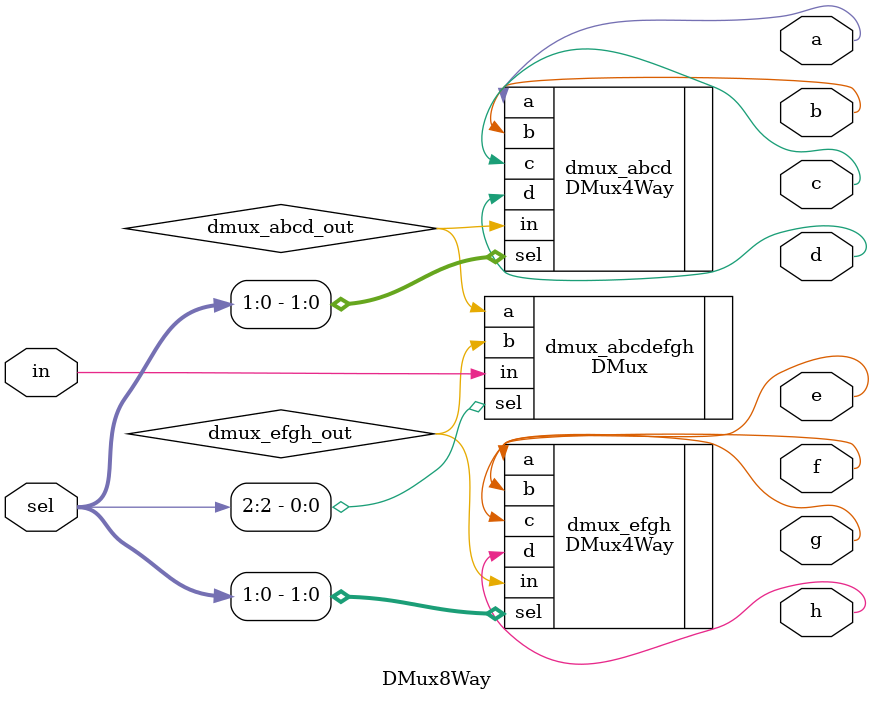
<source format=sv>
module DMux8Way(
	input logic in,
	input logic [2:0] sel,
	output logic a,
	output logic b,
	output logic c,
	output logic d,
	output logic e,
	output logic f,
	output logic g,
	output logic h
);
	logic dmux_abcd_out;
	logic dmux_efgh_out;
	DMux dmux_abcdefgh(
		.in(in),
		.sel(sel[2]),
		.a(dmux_abcd_out),
		.b(dmux_efgh_out)
	);

	DMux4Way dmux_abcd(
		.in(dmux_abcd_out),
		.sel(sel[1:0]),
		.a(a),
		.b(b),
		.c(c),
		.d(d)
	);

	DMux4Way dmux_efgh(
		.in(dmux_efgh_out),
		.sel(sel[1:0]),
		.a(e),
		.b(f),
		.c(g),
		.d(h)
	);
endmodule

</source>
